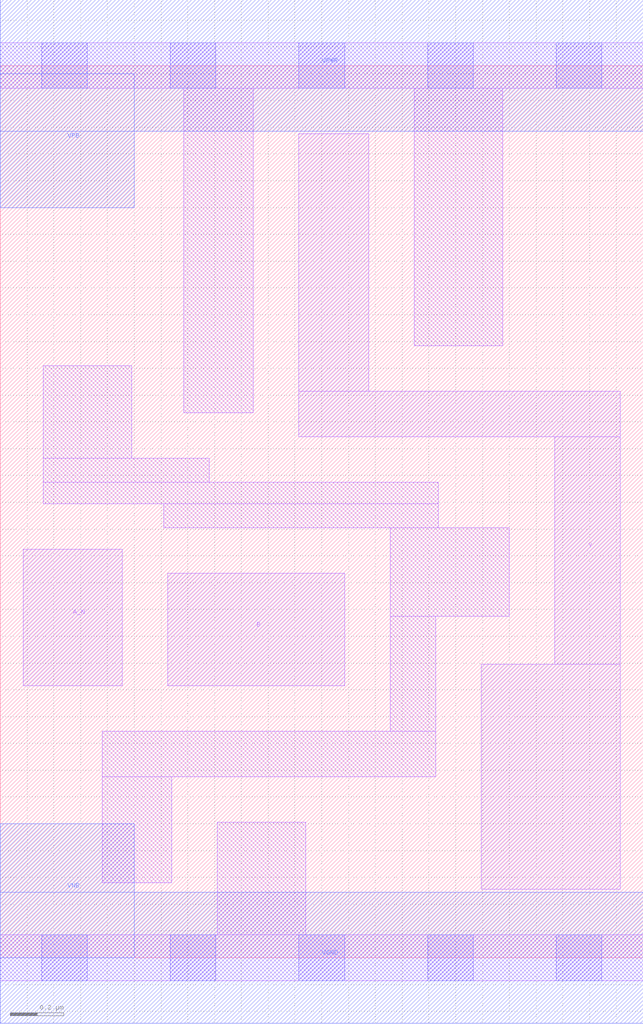
<source format=lef>
# Copyright 2020 The SkyWater PDK Authors
#
# Licensed under the Apache License, Version 2.0 (the "License");
# you may not use this file except in compliance with the License.
# You may obtain a copy of the License at
#
#     https://www.apache.org/licenses/LICENSE-2.0
#
# Unless required by applicable law or agreed to in writing, software
# distributed under the License is distributed on an "AS IS" BASIS,
# WITHOUT WARRANTIES OR CONDITIONS OF ANY KIND, either express or implied.
# See the License for the specific language governing permissions and
# limitations under the License.
#
# SPDX-License-Identifier: Apache-2.0

VERSION 5.5 ;
NAMESCASESENSITIVE ON ;
BUSBITCHARS "[]" ;
DIVIDERCHAR "/" ;
MACRO sky130_fd_sc_lp__nand2b_1
  CLASS CORE ;
  SOURCE USER ;
  ORIGIN  0.000000  0.000000 ;
  SIZE  2.400000 BY  3.330000 ;
  SYMMETRY X Y R90 ;
  SITE unit ;
  PIN A_N
    ANTENNAGATEAREA  0.126000 ;
    DIRECTION INPUT ;
    USE SIGNAL ;
    PORT
      LAYER li1 ;
        RECT 0.085000 1.015000 0.455000 1.525000 ;
    END
  END A_N
  PIN B
    ANTENNAGATEAREA  0.315000 ;
    DIRECTION INPUT ;
    USE SIGNAL ;
    PORT
      LAYER li1 ;
        RECT 0.625000 1.015000 1.285000 1.435000 ;
    END
  END B
  PIN Y
    ANTENNADIFFAREA  0.638400 ;
    DIRECTION OUTPUT ;
    USE SIGNAL ;
    PORT
      LAYER li1 ;
        RECT 1.115000 1.945000 2.315000 2.115000 ;
        RECT 1.115000 2.115000 1.375000 3.075000 ;
        RECT 1.795000 0.255000 2.315000 1.095000 ;
        RECT 2.070000 1.095000 2.315000 1.945000 ;
    END
  END Y
  PIN VGND
    DIRECTION INOUT ;
    USE GROUND ;
    PORT
      LAYER met1 ;
        RECT 0.000000 -0.245000 2.400000 0.245000 ;
    END
  END VGND
  PIN VNB
    DIRECTION INOUT ;
    USE GROUND ;
    PORT
      LAYER met1 ;
        RECT 0.000000 0.000000 0.500000 0.500000 ;
    END
  END VNB
  PIN VPB
    DIRECTION INOUT ;
    USE POWER ;
    PORT
      LAYER met1 ;
        RECT 0.000000 2.800000 0.500000 3.300000 ;
    END
  END VPB
  PIN VPWR
    DIRECTION INOUT ;
    USE POWER ;
    PORT
      LAYER met1 ;
        RECT 0.000000 3.085000 2.400000 3.575000 ;
    END
  END VPWR
  OBS
    LAYER li1 ;
      RECT 0.000000 -0.085000 2.400000 0.085000 ;
      RECT 0.000000  3.245000 2.400000 3.415000 ;
      RECT 0.160000  1.695000 1.635000 1.775000 ;
      RECT 0.160000  1.775000 0.780000 1.865000 ;
      RECT 0.160000  1.865000 0.490000 2.210000 ;
      RECT 0.380000  0.280000 0.640000 0.675000 ;
      RECT 0.380000  0.675000 1.625000 0.845000 ;
      RECT 0.610000  1.605000 1.635000 1.695000 ;
      RECT 0.685000  2.035000 0.945000 3.245000 ;
      RECT 0.810000  0.085000 1.140000 0.505000 ;
      RECT 1.455000  0.845000 1.625000 1.275000 ;
      RECT 1.455000  1.275000 1.900000 1.605000 ;
      RECT 1.545000  2.285000 1.875000 3.245000 ;
    LAYER mcon ;
      RECT 0.155000 -0.085000 0.325000 0.085000 ;
      RECT 0.155000  3.245000 0.325000 3.415000 ;
      RECT 0.635000 -0.085000 0.805000 0.085000 ;
      RECT 0.635000  3.245000 0.805000 3.415000 ;
      RECT 1.115000 -0.085000 1.285000 0.085000 ;
      RECT 1.115000  3.245000 1.285000 3.415000 ;
      RECT 1.595000 -0.085000 1.765000 0.085000 ;
      RECT 1.595000  3.245000 1.765000 3.415000 ;
      RECT 2.075000 -0.085000 2.245000 0.085000 ;
      RECT 2.075000  3.245000 2.245000 3.415000 ;
  END
END sky130_fd_sc_lp__nand2b_1
END LIBRARY

</source>
